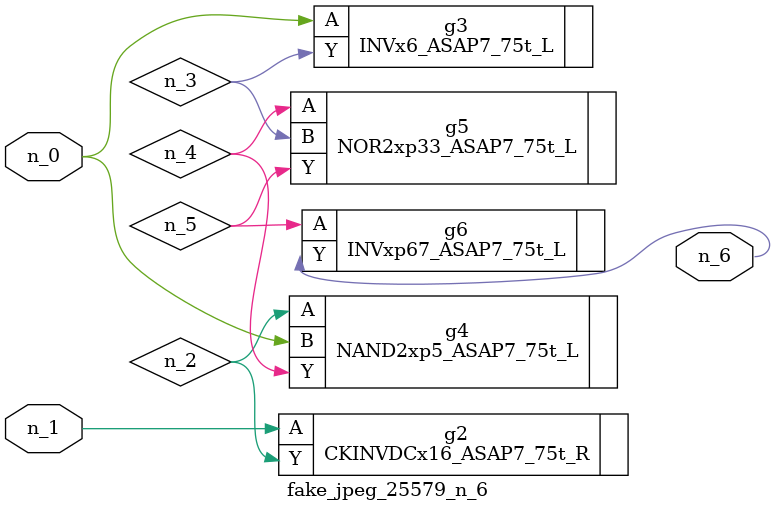
<source format=v>
module fake_jpeg_25579_n_6 (n_0, n_1, n_6);

input n_0;
input n_1;

output n_6;

wire n_3;
wire n_2;
wire n_4;
wire n_5;

CKINVDCx16_ASAP7_75t_R g2 ( 
.A(n_1),
.Y(n_2)
);

INVx6_ASAP7_75t_L g3 ( 
.A(n_0),
.Y(n_3)
);

NAND2xp5_ASAP7_75t_L g4 ( 
.A(n_2),
.B(n_0),
.Y(n_4)
);

NOR2xp33_ASAP7_75t_L g5 ( 
.A(n_4),
.B(n_3),
.Y(n_5)
);

INVxp67_ASAP7_75t_L g6 ( 
.A(n_5),
.Y(n_6)
);


endmodule
</source>
